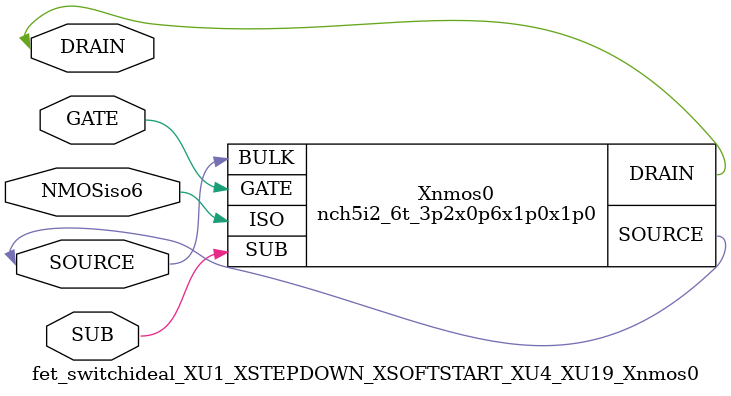
<source format=v>

module nch5i2_6t_3p2x0p6x1p0x1p0 (DRAIN,GATE,SOURCE,ISO,BULK,SUB);
input GATE;
input ISO;
input BULK;
input SUB;
inout SOURCE;
inout DRAIN;
endmodule

//Celera Confidential Do Not Copy fet_switchideal_XU1_XSTEPDOWN_XSOFTSTART_XU4_XU19_Xnmos0
//Celera Confidential Symbol Generator
//signal NMOS:Ron:1000 Ohm
//Vgs 6V Vds 6V
//Kelvin:no
module fet_switchideal_XU1_XSTEPDOWN_XSOFTSTART_XU4_XU19_Xnmos0 (GATE,SOURCE,DRAIN,NMOSiso6,SUB);
input GATE;
inout SOURCE;
inout DRAIN;
input SUB;
input NMOSiso6;

//Celera Confidential Do Not Copy nch5i2_6t_3p2x0p6x1p0x1p0
nch5i2_6t_3p2x0p6x1p0x1p0 Xnmos0(
.DRAIN (DRAIN),
.GATE (GATE),
.SOURCE (SOURCE),
.ISO (NMOSiso6),
.BULK (SOURCE),
.SUB (SUB)
);
//,diesize,nch5i2_6t_3p2x0p6x1p0x1p0

//Celera Confidential Do Not Copy Module End
//Celera Schematic Generator
endmodule

</source>
